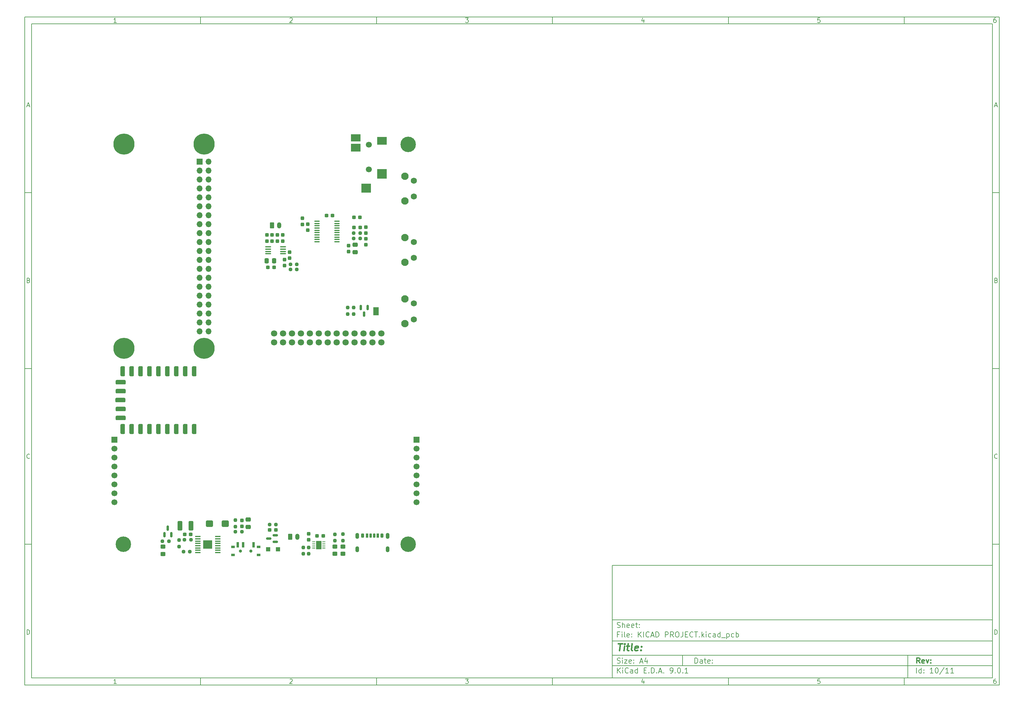
<source format=gbr>
%TF.GenerationSoftware,KiCad,Pcbnew,9.0.1*%
%TF.CreationDate,2025-07-11T00:17:54-07:00*%
%TF.ProjectId,KICAD PROJECT,4b494341-4420-4505-924f-4a4543542e6b,rev?*%
%TF.SameCoordinates,Original*%
%TF.FileFunction,Soldermask,Bot*%
%TF.FilePolarity,Negative*%
%FSLAX46Y46*%
G04 Gerber Fmt 4.6, Leading zero omitted, Abs format (unit mm)*
G04 Created by KiCad (PCBNEW 9.0.1) date 2025-07-11 00:17:54*
%MOMM*%
%LPD*%
G01*
G04 APERTURE LIST*
G04 Aperture macros list*
%AMRoundRect*
0 Rectangle with rounded corners*
0 $1 Rounding radius*
0 $2 $3 $4 $5 $6 $7 $8 $9 X,Y pos of 4 corners*
0 Add a 4 corners polygon primitive as box body*
4,1,4,$2,$3,$4,$5,$6,$7,$8,$9,$2,$3,0*
0 Add four circle primitives for the rounded corners*
1,1,$1+$1,$2,$3*
1,1,$1+$1,$4,$5*
1,1,$1+$1,$6,$7*
1,1,$1+$1,$8,$9*
0 Add four rect primitives between the rounded corners*
20,1,$1+$1,$2,$3,$4,$5,0*
20,1,$1+$1,$4,$5,$6,$7,0*
20,1,$1+$1,$6,$7,$8,$9,0*
20,1,$1+$1,$8,$9,$2,$3,0*%
G04 Aperture macros list end*
%ADD10C,0.100000*%
%ADD11C,0.150000*%
%ADD12C,0.300000*%
%ADD13C,0.400000*%
%ADD14C,1.800000*%
%ADD15C,4.400000*%
%ADD16C,2.100000*%
%ADD17C,1.750000*%
%ADD18RoundRect,0.237500X0.237500X-0.300000X0.237500X0.300000X-0.237500X0.300000X-0.237500X-0.300000X0*%
%ADD19RoundRect,0.237500X-0.237500X0.300000X-0.237500X-0.300000X0.237500X-0.300000X0.237500X0.300000X0*%
%ADD20RoundRect,0.237500X0.250000X0.237500X-0.250000X0.237500X-0.250000X-0.237500X0.250000X-0.237500X0*%
%ADD21RoundRect,0.250000X0.750000X0.650000X-0.750000X0.650000X-0.750000X-0.650000X0.750000X-0.650000X0*%
%ADD22R,1.500000X1.000000*%
%ADD23RoundRect,0.237500X-0.300000X-0.237500X0.300000X-0.237500X0.300000X0.237500X-0.300000X0.237500X0*%
%ADD24RoundRect,0.250000X0.412500X1.100000X-0.412500X1.100000X-0.412500X-1.100000X0.412500X-1.100000X0*%
%ADD25C,6.000000*%
%ADD26R,1.700000X1.700000*%
%ADD27O,1.700000X1.700000*%
%ADD28RoundRect,0.237500X0.237500X-0.250000X0.237500X0.250000X-0.237500X0.250000X-0.237500X-0.250000X0*%
%ADD29RoundRect,0.237500X-0.237500X0.250000X-0.237500X-0.250000X0.237500X-0.250000X0.237500X0.250000X0*%
%ADD30RoundRect,0.237500X0.237500X-0.287500X0.237500X0.287500X-0.237500X0.287500X-0.237500X-0.287500X0*%
%ADD31RoundRect,0.237500X0.300000X0.237500X-0.300000X0.237500X-0.300000X-0.237500X0.300000X-0.237500X0*%
%ADD32RoundRect,0.100000X0.712500X0.100000X-0.712500X0.100000X-0.712500X-0.100000X0.712500X-0.100000X0*%
%ADD33RoundRect,0.250000X0.450000X-0.325000X0.450000X0.325000X-0.450000X0.325000X-0.450000X-0.325000X0*%
%ADD34RoundRect,0.250000X-0.350000X-0.625000X0.350000X-0.625000X0.350000X0.625000X-0.350000X0.625000X0*%
%ADD35O,1.200000X1.750000*%
%ADD36RoundRect,0.237500X-0.250000X-0.237500X0.250000X-0.237500X0.250000X0.237500X-0.250000X0.237500X0*%
%ADD37RoundRect,0.175000X0.175000X0.425000X-0.175000X0.425000X-0.175000X-0.425000X0.175000X-0.425000X0*%
%ADD38RoundRect,0.190000X-0.190000X-0.410000X0.190000X-0.410000X0.190000X0.410000X-0.190000X0.410000X0*%
%ADD39RoundRect,0.200000X-0.200000X-0.400000X0.200000X-0.400000X0.200000X0.400000X-0.200000X0.400000X0*%
%ADD40RoundRect,0.175000X-0.175000X-0.425000X0.175000X-0.425000X0.175000X0.425000X-0.175000X0.425000X0*%
%ADD41RoundRect,0.190000X0.190000X0.410000X-0.190000X0.410000X-0.190000X-0.410000X0.190000X-0.410000X0*%
%ADD42RoundRect,0.200000X0.200000X0.400000X-0.200000X0.400000X-0.200000X-0.400000X0.200000X-0.400000X0*%
%ADD43O,1.100000X1.700000*%
%ADD44RoundRect,0.250000X-0.450000X0.325000X-0.450000X-0.325000X0.450000X-0.325000X0.450000X0.325000X0*%
%ADD45C,1.700000*%
%ADD46R,2.800000X2.200000*%
%ADD47R,2.800000X2.000000*%
%ADD48R,2.800000X2.800000*%
%ADD49R,2.800000X2.600000*%
%ADD50RoundRect,0.250000X-0.475000X0.337500X-0.475000X-0.337500X0.475000X-0.337500X0.475000X0.337500X0*%
%ADD51R,1.200000X1.200000*%
%ADD52RoundRect,0.250000X0.475000X-0.337500X0.475000X0.337500X-0.475000X0.337500X-0.475000X-0.337500X0*%
%ADD53R,2.660000X2.460000*%
%ADD54RoundRect,0.100000X0.687500X0.100000X-0.687500X0.100000X-0.687500X-0.100000X0.687500X-0.100000X0*%
%ADD55RoundRect,0.100000X0.637500X0.100000X-0.637500X0.100000X-0.637500X-0.100000X0.637500X-0.100000X0*%
%ADD56RoundRect,0.062500X0.350000X0.062500X-0.350000X0.062500X-0.350000X-0.062500X0.350000X-0.062500X0*%
%ADD57R,1.580000X2.350000*%
%ADD58RoundRect,0.190500X-0.444500X1.209500X-0.444500X-1.209500X0.444500X-1.209500X0.444500X1.209500X0*%
%ADD59RoundRect,0.190500X-1.209500X-0.444500X1.209500X-0.444500X1.209500X0.444500X-1.209500X0.444500X0*%
%ADD60RoundRect,0.190500X0.444500X-1.209500X0.444500X1.209500X-0.444500X1.209500X-0.444500X-1.209500X0*%
%ADD61RoundRect,0.150000X0.150000X-0.587500X0.150000X0.587500X-0.150000X0.587500X-0.150000X-0.587500X0*%
%ADD62RoundRect,0.250000X-0.337500X-0.475000X0.337500X-0.475000X0.337500X0.475000X-0.337500X0.475000X0*%
%ADD63RoundRect,0.237500X-0.237500X0.287500X-0.237500X-0.287500X0.237500X-0.287500X0.237500X0.287500X0*%
%ADD64RoundRect,0.150000X0.587500X0.150000X-0.587500X0.150000X-0.587500X-0.150000X0.587500X-0.150000X0*%
%ADD65RoundRect,0.150000X-0.150000X0.587500X-0.150000X-0.587500X0.150000X-0.587500X0.150000X0.587500X0*%
%ADD66R,1.000000X0.800000*%
%ADD67C,0.900000*%
%ADD68R,0.700000X1.500000*%
G04 APERTURE END LIST*
D10*
D11*
X177002200Y-166007200D02*
X285002200Y-166007200D01*
X285002200Y-198007200D01*
X177002200Y-198007200D01*
X177002200Y-166007200D01*
D10*
D11*
X10000000Y-10000000D02*
X287002200Y-10000000D01*
X287002200Y-200007200D01*
X10000000Y-200007200D01*
X10000000Y-10000000D01*
D10*
D11*
X12000000Y-12000000D02*
X285002200Y-12000000D01*
X285002200Y-198007200D01*
X12000000Y-198007200D01*
X12000000Y-12000000D01*
D10*
D11*
X60000000Y-12000000D02*
X60000000Y-10000000D01*
D10*
D11*
X110000000Y-12000000D02*
X110000000Y-10000000D01*
D10*
D11*
X160000000Y-12000000D02*
X160000000Y-10000000D01*
D10*
D11*
X210000000Y-12000000D02*
X210000000Y-10000000D01*
D10*
D11*
X260000000Y-12000000D02*
X260000000Y-10000000D01*
D10*
D11*
X36089160Y-11593604D02*
X35346303Y-11593604D01*
X35717731Y-11593604D02*
X35717731Y-10293604D01*
X35717731Y-10293604D02*
X35593922Y-10479319D01*
X35593922Y-10479319D02*
X35470112Y-10603128D01*
X35470112Y-10603128D02*
X35346303Y-10665033D01*
D10*
D11*
X85346303Y-10417414D02*
X85408207Y-10355509D01*
X85408207Y-10355509D02*
X85532017Y-10293604D01*
X85532017Y-10293604D02*
X85841541Y-10293604D01*
X85841541Y-10293604D02*
X85965350Y-10355509D01*
X85965350Y-10355509D02*
X86027255Y-10417414D01*
X86027255Y-10417414D02*
X86089160Y-10541223D01*
X86089160Y-10541223D02*
X86089160Y-10665033D01*
X86089160Y-10665033D02*
X86027255Y-10850747D01*
X86027255Y-10850747D02*
X85284398Y-11593604D01*
X85284398Y-11593604D02*
X86089160Y-11593604D01*
D10*
D11*
X135284398Y-10293604D02*
X136089160Y-10293604D01*
X136089160Y-10293604D02*
X135655826Y-10788842D01*
X135655826Y-10788842D02*
X135841541Y-10788842D01*
X135841541Y-10788842D02*
X135965350Y-10850747D01*
X135965350Y-10850747D02*
X136027255Y-10912652D01*
X136027255Y-10912652D02*
X136089160Y-11036461D01*
X136089160Y-11036461D02*
X136089160Y-11345985D01*
X136089160Y-11345985D02*
X136027255Y-11469795D01*
X136027255Y-11469795D02*
X135965350Y-11531700D01*
X135965350Y-11531700D02*
X135841541Y-11593604D01*
X135841541Y-11593604D02*
X135470112Y-11593604D01*
X135470112Y-11593604D02*
X135346303Y-11531700D01*
X135346303Y-11531700D02*
X135284398Y-11469795D01*
D10*
D11*
X185965350Y-10726938D02*
X185965350Y-11593604D01*
X185655826Y-10231700D02*
X185346303Y-11160271D01*
X185346303Y-11160271D02*
X186151064Y-11160271D01*
D10*
D11*
X236027255Y-10293604D02*
X235408207Y-10293604D01*
X235408207Y-10293604D02*
X235346303Y-10912652D01*
X235346303Y-10912652D02*
X235408207Y-10850747D01*
X235408207Y-10850747D02*
X235532017Y-10788842D01*
X235532017Y-10788842D02*
X235841541Y-10788842D01*
X235841541Y-10788842D02*
X235965350Y-10850747D01*
X235965350Y-10850747D02*
X236027255Y-10912652D01*
X236027255Y-10912652D02*
X236089160Y-11036461D01*
X236089160Y-11036461D02*
X236089160Y-11345985D01*
X236089160Y-11345985D02*
X236027255Y-11469795D01*
X236027255Y-11469795D02*
X235965350Y-11531700D01*
X235965350Y-11531700D02*
X235841541Y-11593604D01*
X235841541Y-11593604D02*
X235532017Y-11593604D01*
X235532017Y-11593604D02*
X235408207Y-11531700D01*
X235408207Y-11531700D02*
X235346303Y-11469795D01*
D10*
D11*
X285965350Y-10293604D02*
X285717731Y-10293604D01*
X285717731Y-10293604D02*
X285593922Y-10355509D01*
X285593922Y-10355509D02*
X285532017Y-10417414D01*
X285532017Y-10417414D02*
X285408207Y-10603128D01*
X285408207Y-10603128D02*
X285346303Y-10850747D01*
X285346303Y-10850747D02*
X285346303Y-11345985D01*
X285346303Y-11345985D02*
X285408207Y-11469795D01*
X285408207Y-11469795D02*
X285470112Y-11531700D01*
X285470112Y-11531700D02*
X285593922Y-11593604D01*
X285593922Y-11593604D02*
X285841541Y-11593604D01*
X285841541Y-11593604D02*
X285965350Y-11531700D01*
X285965350Y-11531700D02*
X286027255Y-11469795D01*
X286027255Y-11469795D02*
X286089160Y-11345985D01*
X286089160Y-11345985D02*
X286089160Y-11036461D01*
X286089160Y-11036461D02*
X286027255Y-10912652D01*
X286027255Y-10912652D02*
X285965350Y-10850747D01*
X285965350Y-10850747D02*
X285841541Y-10788842D01*
X285841541Y-10788842D02*
X285593922Y-10788842D01*
X285593922Y-10788842D02*
X285470112Y-10850747D01*
X285470112Y-10850747D02*
X285408207Y-10912652D01*
X285408207Y-10912652D02*
X285346303Y-11036461D01*
D10*
D11*
X60000000Y-198007200D02*
X60000000Y-200007200D01*
D10*
D11*
X110000000Y-198007200D02*
X110000000Y-200007200D01*
D10*
D11*
X160000000Y-198007200D02*
X160000000Y-200007200D01*
D10*
D11*
X210000000Y-198007200D02*
X210000000Y-200007200D01*
D10*
D11*
X260000000Y-198007200D02*
X260000000Y-200007200D01*
D10*
D11*
X36089160Y-199600804D02*
X35346303Y-199600804D01*
X35717731Y-199600804D02*
X35717731Y-198300804D01*
X35717731Y-198300804D02*
X35593922Y-198486519D01*
X35593922Y-198486519D02*
X35470112Y-198610328D01*
X35470112Y-198610328D02*
X35346303Y-198672233D01*
D10*
D11*
X85346303Y-198424614D02*
X85408207Y-198362709D01*
X85408207Y-198362709D02*
X85532017Y-198300804D01*
X85532017Y-198300804D02*
X85841541Y-198300804D01*
X85841541Y-198300804D02*
X85965350Y-198362709D01*
X85965350Y-198362709D02*
X86027255Y-198424614D01*
X86027255Y-198424614D02*
X86089160Y-198548423D01*
X86089160Y-198548423D02*
X86089160Y-198672233D01*
X86089160Y-198672233D02*
X86027255Y-198857947D01*
X86027255Y-198857947D02*
X85284398Y-199600804D01*
X85284398Y-199600804D02*
X86089160Y-199600804D01*
D10*
D11*
X135284398Y-198300804D02*
X136089160Y-198300804D01*
X136089160Y-198300804D02*
X135655826Y-198796042D01*
X135655826Y-198796042D02*
X135841541Y-198796042D01*
X135841541Y-198796042D02*
X135965350Y-198857947D01*
X135965350Y-198857947D02*
X136027255Y-198919852D01*
X136027255Y-198919852D02*
X136089160Y-199043661D01*
X136089160Y-199043661D02*
X136089160Y-199353185D01*
X136089160Y-199353185D02*
X136027255Y-199476995D01*
X136027255Y-199476995D02*
X135965350Y-199538900D01*
X135965350Y-199538900D02*
X135841541Y-199600804D01*
X135841541Y-199600804D02*
X135470112Y-199600804D01*
X135470112Y-199600804D02*
X135346303Y-199538900D01*
X135346303Y-199538900D02*
X135284398Y-199476995D01*
D10*
D11*
X185965350Y-198734138D02*
X185965350Y-199600804D01*
X185655826Y-198238900D02*
X185346303Y-199167471D01*
X185346303Y-199167471D02*
X186151064Y-199167471D01*
D10*
D11*
X236027255Y-198300804D02*
X235408207Y-198300804D01*
X235408207Y-198300804D02*
X235346303Y-198919852D01*
X235346303Y-198919852D02*
X235408207Y-198857947D01*
X235408207Y-198857947D02*
X235532017Y-198796042D01*
X235532017Y-198796042D02*
X235841541Y-198796042D01*
X235841541Y-198796042D02*
X235965350Y-198857947D01*
X235965350Y-198857947D02*
X236027255Y-198919852D01*
X236027255Y-198919852D02*
X236089160Y-199043661D01*
X236089160Y-199043661D02*
X236089160Y-199353185D01*
X236089160Y-199353185D02*
X236027255Y-199476995D01*
X236027255Y-199476995D02*
X235965350Y-199538900D01*
X235965350Y-199538900D02*
X235841541Y-199600804D01*
X235841541Y-199600804D02*
X235532017Y-199600804D01*
X235532017Y-199600804D02*
X235408207Y-199538900D01*
X235408207Y-199538900D02*
X235346303Y-199476995D01*
D10*
D11*
X285965350Y-198300804D02*
X285717731Y-198300804D01*
X285717731Y-198300804D02*
X285593922Y-198362709D01*
X285593922Y-198362709D02*
X285532017Y-198424614D01*
X285532017Y-198424614D02*
X285408207Y-198610328D01*
X285408207Y-198610328D02*
X285346303Y-198857947D01*
X285346303Y-198857947D02*
X285346303Y-199353185D01*
X285346303Y-199353185D02*
X285408207Y-199476995D01*
X285408207Y-199476995D02*
X285470112Y-199538900D01*
X285470112Y-199538900D02*
X285593922Y-199600804D01*
X285593922Y-199600804D02*
X285841541Y-199600804D01*
X285841541Y-199600804D02*
X285965350Y-199538900D01*
X285965350Y-199538900D02*
X286027255Y-199476995D01*
X286027255Y-199476995D02*
X286089160Y-199353185D01*
X286089160Y-199353185D02*
X286089160Y-199043661D01*
X286089160Y-199043661D02*
X286027255Y-198919852D01*
X286027255Y-198919852D02*
X285965350Y-198857947D01*
X285965350Y-198857947D02*
X285841541Y-198796042D01*
X285841541Y-198796042D02*
X285593922Y-198796042D01*
X285593922Y-198796042D02*
X285470112Y-198857947D01*
X285470112Y-198857947D02*
X285408207Y-198919852D01*
X285408207Y-198919852D02*
X285346303Y-199043661D01*
D10*
D11*
X10000000Y-60000000D02*
X12000000Y-60000000D01*
D10*
D11*
X10000000Y-110000000D02*
X12000000Y-110000000D01*
D10*
D11*
X10000000Y-160000000D02*
X12000000Y-160000000D01*
D10*
D11*
X10690476Y-35222176D02*
X11309523Y-35222176D01*
X10566666Y-35593604D02*
X10999999Y-34293604D01*
X10999999Y-34293604D02*
X11433333Y-35593604D01*
D10*
D11*
X11092857Y-84912652D02*
X11278571Y-84974557D01*
X11278571Y-84974557D02*
X11340476Y-85036461D01*
X11340476Y-85036461D02*
X11402380Y-85160271D01*
X11402380Y-85160271D02*
X11402380Y-85345985D01*
X11402380Y-85345985D02*
X11340476Y-85469795D01*
X11340476Y-85469795D02*
X11278571Y-85531700D01*
X11278571Y-85531700D02*
X11154761Y-85593604D01*
X11154761Y-85593604D02*
X10659523Y-85593604D01*
X10659523Y-85593604D02*
X10659523Y-84293604D01*
X10659523Y-84293604D02*
X11092857Y-84293604D01*
X11092857Y-84293604D02*
X11216666Y-84355509D01*
X11216666Y-84355509D02*
X11278571Y-84417414D01*
X11278571Y-84417414D02*
X11340476Y-84541223D01*
X11340476Y-84541223D02*
X11340476Y-84665033D01*
X11340476Y-84665033D02*
X11278571Y-84788842D01*
X11278571Y-84788842D02*
X11216666Y-84850747D01*
X11216666Y-84850747D02*
X11092857Y-84912652D01*
X11092857Y-84912652D02*
X10659523Y-84912652D01*
D10*
D11*
X11402380Y-135469795D02*
X11340476Y-135531700D01*
X11340476Y-135531700D02*
X11154761Y-135593604D01*
X11154761Y-135593604D02*
X11030952Y-135593604D01*
X11030952Y-135593604D02*
X10845238Y-135531700D01*
X10845238Y-135531700D02*
X10721428Y-135407890D01*
X10721428Y-135407890D02*
X10659523Y-135284080D01*
X10659523Y-135284080D02*
X10597619Y-135036461D01*
X10597619Y-135036461D02*
X10597619Y-134850747D01*
X10597619Y-134850747D02*
X10659523Y-134603128D01*
X10659523Y-134603128D02*
X10721428Y-134479319D01*
X10721428Y-134479319D02*
X10845238Y-134355509D01*
X10845238Y-134355509D02*
X11030952Y-134293604D01*
X11030952Y-134293604D02*
X11154761Y-134293604D01*
X11154761Y-134293604D02*
X11340476Y-134355509D01*
X11340476Y-134355509D02*
X11402380Y-134417414D01*
D10*
D11*
X10659523Y-185593604D02*
X10659523Y-184293604D01*
X10659523Y-184293604D02*
X10969047Y-184293604D01*
X10969047Y-184293604D02*
X11154761Y-184355509D01*
X11154761Y-184355509D02*
X11278571Y-184479319D01*
X11278571Y-184479319D02*
X11340476Y-184603128D01*
X11340476Y-184603128D02*
X11402380Y-184850747D01*
X11402380Y-184850747D02*
X11402380Y-185036461D01*
X11402380Y-185036461D02*
X11340476Y-185284080D01*
X11340476Y-185284080D02*
X11278571Y-185407890D01*
X11278571Y-185407890D02*
X11154761Y-185531700D01*
X11154761Y-185531700D02*
X10969047Y-185593604D01*
X10969047Y-185593604D02*
X10659523Y-185593604D01*
D10*
D11*
X287002200Y-60000000D02*
X285002200Y-60000000D01*
D10*
D11*
X287002200Y-110000000D02*
X285002200Y-110000000D01*
D10*
D11*
X287002200Y-160000000D02*
X285002200Y-160000000D01*
D10*
D11*
X285692676Y-35222176D02*
X286311723Y-35222176D01*
X285568866Y-35593604D02*
X286002199Y-34293604D01*
X286002199Y-34293604D02*
X286435533Y-35593604D01*
D10*
D11*
X286095057Y-84912652D02*
X286280771Y-84974557D01*
X286280771Y-84974557D02*
X286342676Y-85036461D01*
X286342676Y-85036461D02*
X286404580Y-85160271D01*
X286404580Y-85160271D02*
X286404580Y-85345985D01*
X286404580Y-85345985D02*
X286342676Y-85469795D01*
X286342676Y-85469795D02*
X286280771Y-85531700D01*
X286280771Y-85531700D02*
X286156961Y-85593604D01*
X286156961Y-85593604D02*
X285661723Y-85593604D01*
X285661723Y-85593604D02*
X285661723Y-84293604D01*
X285661723Y-84293604D02*
X286095057Y-84293604D01*
X286095057Y-84293604D02*
X286218866Y-84355509D01*
X286218866Y-84355509D02*
X286280771Y-84417414D01*
X286280771Y-84417414D02*
X286342676Y-84541223D01*
X286342676Y-84541223D02*
X286342676Y-84665033D01*
X286342676Y-84665033D02*
X286280771Y-84788842D01*
X286280771Y-84788842D02*
X286218866Y-84850747D01*
X286218866Y-84850747D02*
X286095057Y-84912652D01*
X286095057Y-84912652D02*
X285661723Y-84912652D01*
D10*
D11*
X286404580Y-135469795D02*
X286342676Y-135531700D01*
X286342676Y-135531700D02*
X286156961Y-135593604D01*
X286156961Y-135593604D02*
X286033152Y-135593604D01*
X286033152Y-135593604D02*
X285847438Y-135531700D01*
X285847438Y-135531700D02*
X285723628Y-135407890D01*
X285723628Y-135407890D02*
X285661723Y-135284080D01*
X285661723Y-135284080D02*
X285599819Y-135036461D01*
X285599819Y-135036461D02*
X285599819Y-134850747D01*
X285599819Y-134850747D02*
X285661723Y-134603128D01*
X285661723Y-134603128D02*
X285723628Y-134479319D01*
X285723628Y-134479319D02*
X285847438Y-134355509D01*
X285847438Y-134355509D02*
X286033152Y-134293604D01*
X286033152Y-134293604D02*
X286156961Y-134293604D01*
X286156961Y-134293604D02*
X286342676Y-134355509D01*
X286342676Y-134355509D02*
X286404580Y-134417414D01*
D10*
D11*
X285661723Y-185593604D02*
X285661723Y-184293604D01*
X285661723Y-184293604D02*
X285971247Y-184293604D01*
X285971247Y-184293604D02*
X286156961Y-184355509D01*
X286156961Y-184355509D02*
X286280771Y-184479319D01*
X286280771Y-184479319D02*
X286342676Y-184603128D01*
X286342676Y-184603128D02*
X286404580Y-184850747D01*
X286404580Y-184850747D02*
X286404580Y-185036461D01*
X286404580Y-185036461D02*
X286342676Y-185284080D01*
X286342676Y-185284080D02*
X286280771Y-185407890D01*
X286280771Y-185407890D02*
X286156961Y-185531700D01*
X286156961Y-185531700D02*
X285971247Y-185593604D01*
X285971247Y-185593604D02*
X285661723Y-185593604D01*
D10*
D11*
X200458026Y-193793328D02*
X200458026Y-192293328D01*
X200458026Y-192293328D02*
X200815169Y-192293328D01*
X200815169Y-192293328D02*
X201029455Y-192364757D01*
X201029455Y-192364757D02*
X201172312Y-192507614D01*
X201172312Y-192507614D02*
X201243741Y-192650471D01*
X201243741Y-192650471D02*
X201315169Y-192936185D01*
X201315169Y-192936185D02*
X201315169Y-193150471D01*
X201315169Y-193150471D02*
X201243741Y-193436185D01*
X201243741Y-193436185D02*
X201172312Y-193579042D01*
X201172312Y-193579042D02*
X201029455Y-193721900D01*
X201029455Y-193721900D02*
X200815169Y-193793328D01*
X200815169Y-193793328D02*
X200458026Y-193793328D01*
X202600884Y-193793328D02*
X202600884Y-193007614D01*
X202600884Y-193007614D02*
X202529455Y-192864757D01*
X202529455Y-192864757D02*
X202386598Y-192793328D01*
X202386598Y-192793328D02*
X202100884Y-192793328D01*
X202100884Y-192793328D02*
X201958026Y-192864757D01*
X202600884Y-193721900D02*
X202458026Y-193793328D01*
X202458026Y-193793328D02*
X202100884Y-193793328D01*
X202100884Y-193793328D02*
X201958026Y-193721900D01*
X201958026Y-193721900D02*
X201886598Y-193579042D01*
X201886598Y-193579042D02*
X201886598Y-193436185D01*
X201886598Y-193436185D02*
X201958026Y-193293328D01*
X201958026Y-193293328D02*
X202100884Y-193221900D01*
X202100884Y-193221900D02*
X202458026Y-193221900D01*
X202458026Y-193221900D02*
X202600884Y-193150471D01*
X203100884Y-192793328D02*
X203672312Y-192793328D01*
X203315169Y-192293328D02*
X203315169Y-193579042D01*
X203315169Y-193579042D02*
X203386598Y-193721900D01*
X203386598Y-193721900D02*
X203529455Y-193793328D01*
X203529455Y-193793328D02*
X203672312Y-193793328D01*
X204743741Y-193721900D02*
X204600884Y-193793328D01*
X204600884Y-193793328D02*
X204315170Y-193793328D01*
X204315170Y-193793328D02*
X204172312Y-193721900D01*
X204172312Y-193721900D02*
X204100884Y-193579042D01*
X204100884Y-193579042D02*
X204100884Y-193007614D01*
X204100884Y-193007614D02*
X204172312Y-192864757D01*
X204172312Y-192864757D02*
X204315170Y-192793328D01*
X204315170Y-192793328D02*
X204600884Y-192793328D01*
X204600884Y-192793328D02*
X204743741Y-192864757D01*
X204743741Y-192864757D02*
X204815170Y-193007614D01*
X204815170Y-193007614D02*
X204815170Y-193150471D01*
X204815170Y-193150471D02*
X204100884Y-193293328D01*
X205458026Y-193650471D02*
X205529455Y-193721900D01*
X205529455Y-193721900D02*
X205458026Y-193793328D01*
X205458026Y-193793328D02*
X205386598Y-193721900D01*
X205386598Y-193721900D02*
X205458026Y-193650471D01*
X205458026Y-193650471D02*
X205458026Y-193793328D01*
X205458026Y-192864757D02*
X205529455Y-192936185D01*
X205529455Y-192936185D02*
X205458026Y-193007614D01*
X205458026Y-193007614D02*
X205386598Y-192936185D01*
X205386598Y-192936185D02*
X205458026Y-192864757D01*
X205458026Y-192864757D02*
X205458026Y-193007614D01*
D10*
D11*
X177002200Y-194507200D02*
X285002200Y-194507200D01*
D10*
D11*
X178458026Y-196593328D02*
X178458026Y-195093328D01*
X179315169Y-196593328D02*
X178672312Y-195736185D01*
X179315169Y-195093328D02*
X178458026Y-195950471D01*
X179958026Y-196593328D02*
X179958026Y-195593328D01*
X179958026Y-195093328D02*
X179886598Y-195164757D01*
X179886598Y-195164757D02*
X179958026Y-195236185D01*
X179958026Y-195236185D02*
X180029455Y-195164757D01*
X180029455Y-195164757D02*
X179958026Y-195093328D01*
X179958026Y-195093328D02*
X179958026Y-195236185D01*
X181529455Y-196450471D02*
X181458027Y-196521900D01*
X181458027Y-196521900D02*
X181243741Y-196593328D01*
X181243741Y-196593328D02*
X181100884Y-196593328D01*
X181100884Y-196593328D02*
X180886598Y-196521900D01*
X180886598Y-196521900D02*
X180743741Y-196379042D01*
X180743741Y-196379042D02*
X180672312Y-196236185D01*
X180672312Y-196236185D02*
X180600884Y-195950471D01*
X180600884Y-195950471D02*
X180600884Y-195736185D01*
X180600884Y-195736185D02*
X180672312Y-195450471D01*
X180672312Y-195450471D02*
X180743741Y-195307614D01*
X180743741Y-195307614D02*
X180886598Y-195164757D01*
X180886598Y-195164757D02*
X181100884Y-195093328D01*
X181100884Y-195093328D02*
X181243741Y-195093328D01*
X181243741Y-195093328D02*
X181458027Y-195164757D01*
X181458027Y-195164757D02*
X181529455Y-195236185D01*
X182815170Y-196593328D02*
X182815170Y-195807614D01*
X182815170Y-195807614D02*
X182743741Y-195664757D01*
X182743741Y-195664757D02*
X182600884Y-195593328D01*
X182600884Y-195593328D02*
X182315170Y-195593328D01*
X182315170Y-195593328D02*
X182172312Y-195664757D01*
X182815170Y-196521900D02*
X182672312Y-196593328D01*
X182672312Y-196593328D02*
X182315170Y-196593328D01*
X182315170Y-196593328D02*
X182172312Y-196521900D01*
X182172312Y-196521900D02*
X182100884Y-196379042D01*
X182100884Y-196379042D02*
X182100884Y-196236185D01*
X182100884Y-196236185D02*
X182172312Y-196093328D01*
X182172312Y-196093328D02*
X182315170Y-196021900D01*
X182315170Y-196021900D02*
X182672312Y-196021900D01*
X182672312Y-196021900D02*
X182815170Y-195950471D01*
X184172313Y-196593328D02*
X184172313Y-195093328D01*
X184172313Y-196521900D02*
X184029455Y-196593328D01*
X184029455Y-196593328D02*
X183743741Y-196593328D01*
X183743741Y-196593328D02*
X183600884Y-196521900D01*
X183600884Y-196521900D02*
X183529455Y-196450471D01*
X183529455Y-196450471D02*
X183458027Y-196307614D01*
X183458027Y-196307614D02*
X183458027Y-195879042D01*
X183458027Y-195879042D02*
X183529455Y-195736185D01*
X183529455Y-195736185D02*
X183600884Y-195664757D01*
X183600884Y-195664757D02*
X183743741Y-195593328D01*
X183743741Y-195593328D02*
X184029455Y-195593328D01*
X184029455Y-195593328D02*
X184172313Y-195664757D01*
X186029455Y-195807614D02*
X186529455Y-195807614D01*
X186743741Y-196593328D02*
X186029455Y-196593328D01*
X186029455Y-196593328D02*
X186029455Y-195093328D01*
X186029455Y-195093328D02*
X186743741Y-195093328D01*
X187386598Y-196450471D02*
X187458027Y-196521900D01*
X187458027Y-196521900D02*
X187386598Y-196593328D01*
X187386598Y-196593328D02*
X187315170Y-196521900D01*
X187315170Y-196521900D02*
X187386598Y-196450471D01*
X187386598Y-196450471D02*
X187386598Y-196593328D01*
X188100884Y-196593328D02*
X188100884Y-195093328D01*
X188100884Y-195093328D02*
X188458027Y-195093328D01*
X188458027Y-195093328D02*
X188672313Y-195164757D01*
X188672313Y-195164757D02*
X188815170Y-195307614D01*
X188815170Y-195307614D02*
X188886599Y-195450471D01*
X188886599Y-195450471D02*
X188958027Y-195736185D01*
X188958027Y-195736185D02*
X188958027Y-195950471D01*
X188958027Y-195950471D02*
X188886599Y-196236185D01*
X188886599Y-196236185D02*
X188815170Y-196379042D01*
X188815170Y-196379042D02*
X188672313Y-196521900D01*
X188672313Y-196521900D02*
X188458027Y-196593328D01*
X188458027Y-196593328D02*
X188100884Y-196593328D01*
X189600884Y-196450471D02*
X189672313Y-196521900D01*
X189672313Y-196521900D02*
X189600884Y-196593328D01*
X189600884Y-196593328D02*
X189529456Y-196521900D01*
X189529456Y-196521900D02*
X189600884Y-196450471D01*
X189600884Y-196450471D02*
X189600884Y-196593328D01*
X190243742Y-196164757D02*
X190958028Y-196164757D01*
X190100885Y-196593328D02*
X190600885Y-195093328D01*
X190600885Y-195093328D02*
X191100885Y-196593328D01*
X191600884Y-196450471D02*
X191672313Y-196521900D01*
X191672313Y-196521900D02*
X191600884Y-196593328D01*
X191600884Y-196593328D02*
X191529456Y-196521900D01*
X191529456Y-196521900D02*
X191600884Y-196450471D01*
X191600884Y-196450471D02*
X191600884Y-196593328D01*
X193529456Y-196593328D02*
X193815170Y-196593328D01*
X193815170Y-196593328D02*
X193958027Y-196521900D01*
X193958027Y-196521900D02*
X194029456Y-196450471D01*
X194029456Y-196450471D02*
X194172313Y-196236185D01*
X194172313Y-196236185D02*
X194243742Y-195950471D01*
X194243742Y-195950471D02*
X194243742Y-195379042D01*
X194243742Y-195379042D02*
X194172313Y-195236185D01*
X194172313Y-195236185D02*
X194100885Y-195164757D01*
X194100885Y-195164757D02*
X193958027Y-195093328D01*
X193958027Y-195093328D02*
X193672313Y-195093328D01*
X193672313Y-195093328D02*
X193529456Y-195164757D01*
X193529456Y-195164757D02*
X193458027Y-195236185D01*
X193458027Y-195236185D02*
X193386599Y-195379042D01*
X193386599Y-195379042D02*
X193386599Y-195736185D01*
X193386599Y-195736185D02*
X193458027Y-195879042D01*
X193458027Y-195879042D02*
X193529456Y-195950471D01*
X193529456Y-195950471D02*
X193672313Y-196021900D01*
X193672313Y-196021900D02*
X193958027Y-196021900D01*
X193958027Y-196021900D02*
X194100885Y-195950471D01*
X194100885Y-195950471D02*
X194172313Y-195879042D01*
X194172313Y-195879042D02*
X194243742Y-195736185D01*
X194886598Y-196450471D02*
X194958027Y-196521900D01*
X194958027Y-196521900D02*
X194886598Y-196593328D01*
X194886598Y-196593328D02*
X194815170Y-196521900D01*
X194815170Y-196521900D02*
X194886598Y-196450471D01*
X194886598Y-196450471D02*
X194886598Y-196593328D01*
X195886599Y-195093328D02*
X196029456Y-195093328D01*
X196029456Y-195093328D02*
X196172313Y-195164757D01*
X196172313Y-195164757D02*
X196243742Y-195236185D01*
X196243742Y-195236185D02*
X196315170Y-195379042D01*
X196315170Y-195379042D02*
X196386599Y-195664757D01*
X196386599Y-195664757D02*
X196386599Y-196021900D01*
X196386599Y-196021900D02*
X196315170Y-196307614D01*
X196315170Y-196307614D02*
X196243742Y-196450471D01*
X196243742Y-196450471D02*
X196172313Y-196521900D01*
X196172313Y-196521900D02*
X196029456Y-196593328D01*
X196029456Y-196593328D02*
X195886599Y-196593328D01*
X195886599Y-196593328D02*
X195743742Y-196521900D01*
X195743742Y-196521900D02*
X195672313Y-196450471D01*
X195672313Y-196450471D02*
X195600884Y-196307614D01*
X195600884Y-196307614D02*
X195529456Y-196021900D01*
X195529456Y-196021900D02*
X195529456Y-195664757D01*
X195529456Y-195664757D02*
X195600884Y-195379042D01*
X195600884Y-195379042D02*
X195672313Y-195236185D01*
X195672313Y-195236185D02*
X195743742Y-195164757D01*
X195743742Y-195164757D02*
X195886599Y-195093328D01*
X197029455Y-196450471D02*
X197100884Y-196521900D01*
X197100884Y-196521900D02*
X197029455Y-196593328D01*
X197029455Y-196593328D02*
X196958027Y-196521900D01*
X196958027Y-196521900D02*
X197029455Y-196450471D01*
X197029455Y-196450471D02*
X197029455Y-196593328D01*
X198529456Y-196593328D02*
X197672313Y-196593328D01*
X198100884Y-196593328D02*
X198100884Y-195093328D01*
X198100884Y-195093328D02*
X197958027Y-195307614D01*
X197958027Y-195307614D02*
X197815170Y-195450471D01*
X197815170Y-195450471D02*
X197672313Y-195521900D01*
D10*
D11*
X177002200Y-191507200D02*
X285002200Y-191507200D01*
D10*
D12*
X264413853Y-193785528D02*
X263913853Y-193071242D01*
X263556710Y-193785528D02*
X263556710Y-192285528D01*
X263556710Y-192285528D02*
X264128139Y-192285528D01*
X264128139Y-192285528D02*
X264270996Y-192356957D01*
X264270996Y-192356957D02*
X264342425Y-192428385D01*
X264342425Y-192428385D02*
X264413853Y-192571242D01*
X264413853Y-192571242D02*
X264413853Y-192785528D01*
X264413853Y-192785528D02*
X264342425Y-192928385D01*
X264342425Y-192928385D02*
X264270996Y-192999814D01*
X264270996Y-192999814D02*
X264128139Y-193071242D01*
X264128139Y-193071242D02*
X263556710Y-193071242D01*
X265628139Y-193714100D02*
X265485282Y-193785528D01*
X265485282Y-193785528D02*
X265199568Y-193785528D01*
X265199568Y-193785528D02*
X265056710Y-193714100D01*
X265056710Y-193714100D02*
X264985282Y-193571242D01*
X264985282Y-193571242D02*
X264985282Y-192999814D01*
X264985282Y-192999814D02*
X265056710Y-192856957D01*
X265056710Y-192856957D02*
X265199568Y-192785528D01*
X265199568Y-192785528D02*
X265485282Y-192785528D01*
X265485282Y-192785528D02*
X265628139Y-192856957D01*
X265628139Y-192856957D02*
X265699568Y-192999814D01*
X265699568Y-192999814D02*
X265699568Y-193142671D01*
X265699568Y-193142671D02*
X264985282Y-193285528D01*
X266199567Y-192785528D02*
X266556710Y-193785528D01*
X266556710Y-193785528D02*
X266913853Y-192785528D01*
X267485281Y-193642671D02*
X267556710Y-193714100D01*
X267556710Y-193714100D02*
X267485281Y-193785528D01*
X267485281Y-193785528D02*
X267413853Y-193714100D01*
X267413853Y-193714100D02*
X267485281Y-193642671D01*
X267485281Y-193642671D02*
X267485281Y-193785528D01*
X267485281Y-192856957D02*
X267556710Y-192928385D01*
X267556710Y-192928385D02*
X267485281Y-192999814D01*
X267485281Y-192999814D02*
X267413853Y-192928385D01*
X267413853Y-192928385D02*
X267485281Y-192856957D01*
X267485281Y-192856957D02*
X267485281Y-192999814D01*
D10*
D11*
X178386598Y-193721900D02*
X178600884Y-193793328D01*
X178600884Y-193793328D02*
X178958026Y-193793328D01*
X178958026Y-193793328D02*
X179100884Y-193721900D01*
X179100884Y-193721900D02*
X179172312Y-193650471D01*
X179172312Y-193650471D02*
X179243741Y-193507614D01*
X179243741Y-193507614D02*
X179243741Y-193364757D01*
X179243741Y-193364757D02*
X179172312Y-193221900D01*
X179172312Y-193221900D02*
X179100884Y-193150471D01*
X179100884Y-193150471D02*
X178958026Y-193079042D01*
X178958026Y-193079042D02*
X178672312Y-193007614D01*
X178672312Y-193007614D02*
X178529455Y-192936185D01*
X178529455Y-192936185D02*
X178458026Y-192864757D01*
X178458026Y-192864757D02*
X178386598Y-192721900D01*
X178386598Y-192721900D02*
X178386598Y-192579042D01*
X178386598Y-192579042D02*
X178458026Y-192436185D01*
X178458026Y-192436185D02*
X178529455Y-192364757D01*
X178529455Y-192364757D02*
X178672312Y-192293328D01*
X178672312Y-192293328D02*
X179029455Y-192293328D01*
X179029455Y-192293328D02*
X179243741Y-192364757D01*
X179886597Y-193793328D02*
X179886597Y-192793328D01*
X179886597Y-192293328D02*
X179815169Y-192364757D01*
X179815169Y-192364757D02*
X179886597Y-192436185D01*
X179886597Y-192436185D02*
X179958026Y-192364757D01*
X179958026Y-192364757D02*
X179886597Y-192293328D01*
X179886597Y-192293328D02*
X179886597Y-192436185D01*
X180458026Y-192793328D02*
X181243741Y-192793328D01*
X181243741Y-192793328D02*
X180458026Y-193793328D01*
X180458026Y-193793328D02*
X181243741Y-193793328D01*
X182386598Y-193721900D02*
X182243741Y-193793328D01*
X182243741Y-193793328D02*
X181958027Y-193793328D01*
X181958027Y-193793328D02*
X181815169Y-193721900D01*
X181815169Y-193721900D02*
X181743741Y-193579042D01*
X181743741Y-193579042D02*
X181743741Y-193007614D01*
X181743741Y-193007614D02*
X181815169Y-192864757D01*
X181815169Y-192864757D02*
X181958027Y-192793328D01*
X181958027Y-192793328D02*
X182243741Y-192793328D01*
X182243741Y-192793328D02*
X182386598Y-192864757D01*
X182386598Y-192864757D02*
X182458027Y-193007614D01*
X182458027Y-193007614D02*
X182458027Y-193150471D01*
X182458027Y-193150471D02*
X181743741Y-193293328D01*
X183100883Y-193650471D02*
X183172312Y-193721900D01*
X183172312Y-193721900D02*
X183100883Y-193793328D01*
X183100883Y-193793328D02*
X183029455Y-193721900D01*
X183029455Y-193721900D02*
X183100883Y-193650471D01*
X183100883Y-193650471D02*
X183100883Y-193793328D01*
X183100883Y-192864757D02*
X183172312Y-192936185D01*
X183172312Y-192936185D02*
X183100883Y-193007614D01*
X183100883Y-193007614D02*
X183029455Y-192936185D01*
X183029455Y-192936185D02*
X183100883Y-192864757D01*
X183100883Y-192864757D02*
X183100883Y-193007614D01*
X184886598Y-193364757D02*
X185600884Y-193364757D01*
X184743741Y-193793328D02*
X185243741Y-192293328D01*
X185243741Y-192293328D02*
X185743741Y-193793328D01*
X186886598Y-192793328D02*
X186886598Y-193793328D01*
X186529455Y-192221900D02*
X186172312Y-193293328D01*
X186172312Y-193293328D02*
X187100883Y-193293328D01*
D10*
D11*
X263458026Y-196593328D02*
X263458026Y-195093328D01*
X264815170Y-196593328D02*
X264815170Y-195093328D01*
X264815170Y-196521900D02*
X264672312Y-196593328D01*
X264672312Y-196593328D02*
X264386598Y-196593328D01*
X264386598Y-196593328D02*
X264243741Y-196521900D01*
X264243741Y-196521900D02*
X264172312Y-196450471D01*
X264172312Y-196450471D02*
X264100884Y-196307614D01*
X264100884Y-196307614D02*
X264100884Y-195879042D01*
X264100884Y-195879042D02*
X264172312Y-195736185D01*
X264172312Y-195736185D02*
X264243741Y-195664757D01*
X264243741Y-195664757D02*
X264386598Y-195593328D01*
X264386598Y-195593328D02*
X264672312Y-195593328D01*
X264672312Y-195593328D02*
X264815170Y-195664757D01*
X265529455Y-196450471D02*
X265600884Y-196521900D01*
X265600884Y-196521900D02*
X265529455Y-196593328D01*
X265529455Y-196593328D02*
X265458027Y-196521900D01*
X265458027Y-196521900D02*
X265529455Y-196450471D01*
X265529455Y-196450471D02*
X265529455Y-196593328D01*
X265529455Y-195664757D02*
X265600884Y-195736185D01*
X265600884Y-195736185D02*
X265529455Y-195807614D01*
X265529455Y-195807614D02*
X265458027Y-195736185D01*
X265458027Y-195736185D02*
X265529455Y-195664757D01*
X265529455Y-195664757D02*
X265529455Y-195807614D01*
X268172313Y-196593328D02*
X267315170Y-196593328D01*
X267743741Y-196593328D02*
X267743741Y-195093328D01*
X267743741Y-195093328D02*
X267600884Y-195307614D01*
X267600884Y-195307614D02*
X267458027Y-195450471D01*
X267458027Y-195450471D02*
X267315170Y-195521900D01*
X269100884Y-195093328D02*
X269243741Y-195093328D01*
X269243741Y-195093328D02*
X269386598Y-195164757D01*
X269386598Y-195164757D02*
X269458027Y-195236185D01*
X269458027Y-195236185D02*
X269529455Y-195379042D01*
X269529455Y-195379042D02*
X269600884Y-195664757D01*
X269600884Y-195664757D02*
X269600884Y-196021900D01*
X269600884Y-196021900D02*
X269529455Y-196307614D01*
X269529455Y-196307614D02*
X269458027Y-196450471D01*
X269458027Y-196450471D02*
X269386598Y-196521900D01*
X269386598Y-196521900D02*
X269243741Y-196593328D01*
X269243741Y-196593328D02*
X269100884Y-196593328D01*
X269100884Y-196593328D02*
X268958027Y-196521900D01*
X268958027Y-196521900D02*
X268886598Y-196450471D01*
X268886598Y-196450471D02*
X268815169Y-196307614D01*
X268815169Y-196307614D02*
X268743741Y-196021900D01*
X268743741Y-196021900D02*
X268743741Y-195664757D01*
X268743741Y-195664757D02*
X268815169Y-195379042D01*
X268815169Y-195379042D02*
X268886598Y-195236185D01*
X268886598Y-195236185D02*
X268958027Y-195164757D01*
X268958027Y-195164757D02*
X269100884Y-195093328D01*
X271315169Y-195021900D02*
X270029455Y-196950471D01*
X272600884Y-196593328D02*
X271743741Y-196593328D01*
X272172312Y-196593328D02*
X272172312Y-195093328D01*
X272172312Y-195093328D02*
X272029455Y-195307614D01*
X272029455Y-195307614D02*
X271886598Y-195450471D01*
X271886598Y-195450471D02*
X271743741Y-195521900D01*
X274029455Y-196593328D02*
X273172312Y-196593328D01*
X273600883Y-196593328D02*
X273600883Y-195093328D01*
X273600883Y-195093328D02*
X273458026Y-195307614D01*
X273458026Y-195307614D02*
X273315169Y-195450471D01*
X273315169Y-195450471D02*
X273172312Y-195521900D01*
D10*
D11*
X177002200Y-187507200D02*
X285002200Y-187507200D01*
D10*
D13*
X178693928Y-188211638D02*
X179836785Y-188211638D01*
X179015357Y-190211638D02*
X179265357Y-188211638D01*
X180253452Y-190211638D02*
X180420119Y-188878304D01*
X180503452Y-188211638D02*
X180396309Y-188306876D01*
X180396309Y-188306876D02*
X180479643Y-188402114D01*
X180479643Y-188402114D02*
X180586786Y-188306876D01*
X180586786Y-188306876D02*
X180503452Y-188211638D01*
X180503452Y-188211638D02*
X180479643Y-188402114D01*
X181086786Y-188878304D02*
X181848690Y-188878304D01*
X181455833Y-188211638D02*
X181241548Y-189925923D01*
X181241548Y-189925923D02*
X181312976Y-190116400D01*
X181312976Y-190116400D02*
X181491548Y-190211638D01*
X181491548Y-190211638D02*
X181682024Y-190211638D01*
X182634405Y-190211638D02*
X182455833Y-190116400D01*
X182455833Y-190116400D02*
X182384405Y-189925923D01*
X182384405Y-189925923D02*
X182598690Y-188211638D01*
X184170119Y-190116400D02*
X183967738Y-190211638D01*
X183967738Y-190211638D02*
X183586785Y-190211638D01*
X183586785Y-190211638D02*
X183408214Y-190116400D01*
X183408214Y-190116400D02*
X183336785Y-189925923D01*
X183336785Y-189925923D02*
X183432024Y-189164019D01*
X183432024Y-189164019D02*
X183551071Y-188973542D01*
X183551071Y-188973542D02*
X183753452Y-188878304D01*
X183753452Y-188878304D02*
X184134404Y-188878304D01*
X184134404Y-188878304D02*
X184312976Y-188973542D01*
X184312976Y-188973542D02*
X184384404Y-189164019D01*
X184384404Y-189164019D02*
X184360595Y-189354495D01*
X184360595Y-189354495D02*
X183384404Y-189544971D01*
X185134405Y-190021161D02*
X185217738Y-190116400D01*
X185217738Y-190116400D02*
X185110595Y-190211638D01*
X185110595Y-190211638D02*
X185027262Y-190116400D01*
X185027262Y-190116400D02*
X185134405Y-190021161D01*
X185134405Y-190021161D02*
X185110595Y-190211638D01*
X185265357Y-188973542D02*
X185348690Y-189068780D01*
X185348690Y-189068780D02*
X185241548Y-189164019D01*
X185241548Y-189164019D02*
X185158214Y-189068780D01*
X185158214Y-189068780D02*
X185265357Y-188973542D01*
X185265357Y-188973542D02*
X185241548Y-189164019D01*
D10*
D11*
X178958026Y-185607614D02*
X178458026Y-185607614D01*
X178458026Y-186393328D02*
X178458026Y-184893328D01*
X178458026Y-184893328D02*
X179172312Y-184893328D01*
X179743740Y-186393328D02*
X179743740Y-185393328D01*
X179743740Y-184893328D02*
X179672312Y-184964757D01*
X179672312Y-184964757D02*
X179743740Y-185036185D01*
X179743740Y-185036185D02*
X179815169Y-184964757D01*
X179815169Y-184964757D02*
X179743740Y-184893328D01*
X179743740Y-184893328D02*
X179743740Y-185036185D01*
X180672312Y-186393328D02*
X180529455Y-186321900D01*
X180529455Y-186321900D02*
X180458026Y-186179042D01*
X180458026Y-186179042D02*
X180458026Y-184893328D01*
X181815169Y-186321900D02*
X181672312Y-186393328D01*
X181672312Y-186393328D02*
X181386598Y-186393328D01*
X181386598Y-186393328D02*
X181243740Y-186321900D01*
X181243740Y-186321900D02*
X181172312Y-186179042D01*
X181172312Y-186179042D02*
X181172312Y-185607614D01*
X181172312Y-185607614D02*
X181243740Y-185464757D01*
X181243740Y-185464757D02*
X181386598Y-185393328D01*
X181386598Y-185393328D02*
X181672312Y-185393328D01*
X181672312Y-185393328D02*
X181815169Y-185464757D01*
X181815169Y-185464757D02*
X181886598Y-185607614D01*
X181886598Y-185607614D02*
X181886598Y-185750471D01*
X181886598Y-185750471D02*
X181172312Y-185893328D01*
X182529454Y-186250471D02*
X182600883Y-186321900D01*
X182600883Y-186321900D02*
X182529454Y-186393328D01*
X182529454Y-186393328D02*
X182458026Y-186321900D01*
X182458026Y-186321900D02*
X182529454Y-186250471D01*
X182529454Y-186250471D02*
X182529454Y-186393328D01*
X182529454Y-185464757D02*
X182600883Y-185536185D01*
X182600883Y-185536185D02*
X182529454Y-185607614D01*
X182529454Y-185607614D02*
X182458026Y-185536185D01*
X182458026Y-185536185D02*
X182529454Y-185464757D01*
X182529454Y-185464757D02*
X182529454Y-185607614D01*
X184386597Y-186393328D02*
X184386597Y-184893328D01*
X185243740Y-186393328D02*
X184600883Y-185536185D01*
X185243740Y-184893328D02*
X184386597Y-185750471D01*
X185886597Y-186393328D02*
X185886597Y-184893328D01*
X187458026Y-186250471D02*
X187386598Y-186321900D01*
X187386598Y-186321900D02*
X187172312Y-186393328D01*
X187172312Y-186393328D02*
X187029455Y-186393328D01*
X187029455Y-186393328D02*
X186815169Y-186321900D01*
X186815169Y-186321900D02*
X186672312Y-186179042D01*
X186672312Y-186179042D02*
X186600883Y-186036185D01*
X186600883Y-186036185D02*
X186529455Y-185750471D01*
X186529455Y-185750471D02*
X186529455Y-185536185D01*
X186529455Y-185536185D02*
X186600883Y-185250471D01*
X186600883Y-185250471D02*
X186672312Y-185107614D01*
X186672312Y-185107614D02*
X186815169Y-184964757D01*
X186815169Y-184964757D02*
X187029455Y-184893328D01*
X187029455Y-184893328D02*
X187172312Y-184893328D01*
X187172312Y-184893328D02*
X187386598Y-184964757D01*
X187386598Y-184964757D02*
X187458026Y-185036185D01*
X188029455Y-185964757D02*
X188743741Y-185964757D01*
X187886598Y-186393328D02*
X188386598Y-184893328D01*
X188386598Y-184893328D02*
X188886598Y-186393328D01*
X189386597Y-186393328D02*
X189386597Y-184893328D01*
X189386597Y-184893328D02*
X189743740Y-184893328D01*
X189743740Y-184893328D02*
X189958026Y-184964757D01*
X189958026Y-184964757D02*
X190100883Y-185107614D01*
X190100883Y-185107614D02*
X190172312Y-185250471D01*
X190172312Y-185250471D02*
X190243740Y-185536185D01*
X190243740Y-185536185D02*
X190243740Y-185750471D01*
X190243740Y-185750471D02*
X190172312Y-186036185D01*
X190172312Y-186036185D02*
X190100883Y-186179042D01*
X190100883Y-186179042D02*
X189958026Y-186321900D01*
X189958026Y-186321900D02*
X189743740Y-186393328D01*
X189743740Y-186393328D02*
X189386597Y-186393328D01*
X192029454Y-186393328D02*
X192029454Y-184893328D01*
X192029454Y-184893328D02*
X192600883Y-184893328D01*
X192600883Y-184893328D02*
X192743740Y-184964757D01*
X192743740Y-184964757D02*
X192815169Y-185036185D01*
X192815169Y-185036185D02*
X192886597Y-185179042D01*
X192886597Y-185179042D02*
X192886597Y-185393328D01*
X192886597Y-185393328D02*
X192815169Y-185536185D01*
X192815169Y-185536185D02*
X192743740Y-185607614D01*
X192743740Y-185607614D02*
X192600883Y-185679042D01*
X192600883Y-185679042D02*
X192029454Y-185679042D01*
X194386597Y-186393328D02*
X193886597Y-185679042D01*
X193529454Y-186393328D02*
X193529454Y-184893328D01*
X193529454Y-184893328D02*
X194100883Y-184893328D01*
X194100883Y-184893328D02*
X194243740Y-184964757D01*
X194243740Y-184964757D02*
X194315169Y-185036185D01*
X194315169Y-185036185D02*
X194386597Y-185179042D01*
X194386597Y-185179042D02*
X194386597Y-185393328D01*
X194386597Y-185393328D02*
X194315169Y-185536185D01*
X194315169Y-185536185D02*
X194243740Y-185607614D01*
X194243740Y-185607614D02*
X194100883Y-185679042D01*
X194100883Y-185679042D02*
X193529454Y-185679042D01*
X195315169Y-184893328D02*
X195600883Y-184893328D01*
X195600883Y-184893328D02*
X195743740Y-184964757D01*
X195743740Y-184964757D02*
X195886597Y-185107614D01*
X195886597Y-185107614D02*
X195958026Y-185393328D01*
X195958026Y-185393328D02*
X195958026Y-185893328D01*
X195958026Y-185893328D02*
X195886597Y-186179042D01*
X195886597Y-186179042D02*
X195743740Y-186321900D01*
X195743740Y-186321900D02*
X195600883Y-186393328D01*
X195600883Y-186393328D02*
X195315169Y-186393328D01*
X195315169Y-186393328D02*
X195172312Y-186321900D01*
X195172312Y-186321900D02*
X195029454Y-186179042D01*
X195029454Y-186179042D02*
X194958026Y-185893328D01*
X194958026Y-185893328D02*
X194958026Y-185393328D01*
X194958026Y-185393328D02*
X195029454Y-185107614D01*
X195029454Y-185107614D02*
X195172312Y-184964757D01*
X195172312Y-184964757D02*
X195315169Y-184893328D01*
X197029455Y-184893328D02*
X197029455Y-185964757D01*
X197029455Y-185964757D02*
X196958026Y-186179042D01*
X196958026Y-186179042D02*
X196815169Y-186321900D01*
X196815169Y-186321900D02*
X196600883Y-186393328D01*
X196600883Y-186393328D02*
X196458026Y-186393328D01*
X197743740Y-185607614D02*
X198243740Y-185607614D01*
X198458026Y-186393328D02*
X197743740Y-186393328D01*
X197743740Y-186393328D02*
X197743740Y-184893328D01*
X197743740Y-184893328D02*
X198458026Y-184893328D01*
X199958026Y-186250471D02*
X199886598Y-186321900D01*
X199886598Y-186321900D02*
X199672312Y-186393328D01*
X199672312Y-186393328D02*
X199529455Y-186393328D01*
X199529455Y-186393328D02*
X199315169Y-186321900D01*
X199315169Y-186321900D02*
X199172312Y-186179042D01*
X199172312Y-186179042D02*
X199100883Y-186036185D01*
X199100883Y-186036185D02*
X199029455Y-185750471D01*
X199029455Y-185750471D02*
X199029455Y-185536185D01*
X199029455Y-185536185D02*
X199100883Y-185250471D01*
X199100883Y-185250471D02*
X199172312Y-185107614D01*
X199172312Y-185107614D02*
X199315169Y-184964757D01*
X199315169Y-184964757D02*
X199529455Y-184893328D01*
X199529455Y-184893328D02*
X199672312Y-184893328D01*
X199672312Y-184893328D02*
X199886598Y-184964757D01*
X199886598Y-184964757D02*
X199958026Y-185036185D01*
X200386598Y-184893328D02*
X201243741Y-184893328D01*
X200815169Y-186393328D02*
X200815169Y-184893328D01*
X201743740Y-186250471D02*
X201815169Y-186321900D01*
X201815169Y-186321900D02*
X201743740Y-186393328D01*
X201743740Y-186393328D02*
X201672312Y-186321900D01*
X201672312Y-186321900D02*
X201743740Y-186250471D01*
X201743740Y-186250471D02*
X201743740Y-186393328D01*
X202458026Y-186393328D02*
X202458026Y-184893328D01*
X202600884Y-185821900D02*
X203029455Y-186393328D01*
X203029455Y-185393328D02*
X202458026Y-185964757D01*
X203672312Y-186393328D02*
X203672312Y-185393328D01*
X203672312Y-184893328D02*
X203600884Y-184964757D01*
X203600884Y-184964757D02*
X203672312Y-185036185D01*
X203672312Y-185036185D02*
X203743741Y-184964757D01*
X203743741Y-184964757D02*
X203672312Y-184893328D01*
X203672312Y-184893328D02*
X203672312Y-185036185D01*
X205029456Y-186321900D02*
X204886598Y-186393328D01*
X204886598Y-186393328D02*
X204600884Y-186393328D01*
X204600884Y-186393328D02*
X204458027Y-186321900D01*
X204458027Y-186321900D02*
X204386598Y-186250471D01*
X204386598Y-186250471D02*
X204315170Y-186107614D01*
X204315170Y-186107614D02*
X204315170Y-185679042D01*
X204315170Y-185679042D02*
X204386598Y-185536185D01*
X204386598Y-185536185D02*
X204458027Y-185464757D01*
X204458027Y-185464757D02*
X204600884Y-185393328D01*
X204600884Y-185393328D02*
X204886598Y-185393328D01*
X204886598Y-185393328D02*
X205029456Y-185464757D01*
X206315170Y-186393328D02*
X206315170Y-185607614D01*
X206315170Y-185607614D02*
X206243741Y-185464757D01*
X206243741Y-185464757D02*
X206100884Y-185393328D01*
X206100884Y-185393328D02*
X205815170Y-185393328D01*
X205815170Y-185393328D02*
X205672312Y-185464757D01*
X206315170Y-186321900D02*
X206172312Y-186393328D01*
X206172312Y-186393328D02*
X205815170Y-186393328D01*
X205815170Y-186393328D02*
X205672312Y-186321900D01*
X205672312Y-186321900D02*
X205600884Y-186179042D01*
X205600884Y-186179042D02*
X205600884Y-186036185D01*
X205600884Y-186036185D02*
X205672312Y-185893328D01*
X205672312Y-185893328D02*
X205815170Y-185821900D01*
X205815170Y-185821900D02*
X206172312Y-185821900D01*
X206172312Y-185821900D02*
X206315170Y-185750471D01*
X207672313Y-186393328D02*
X207672313Y-184893328D01*
X207672313Y-186321900D02*
X207529455Y-186393328D01*
X207529455Y-186393328D02*
X207243741Y-186393328D01*
X207243741Y-186393328D02*
X207100884Y-186321900D01*
X207100884Y-186321900D02*
X207029455Y-186250471D01*
X207029455Y-186250471D02*
X206958027Y-186107614D01*
X206958027Y-186107614D02*
X206958027Y-185679042D01*
X206958027Y-185679042D02*
X207029455Y-185536185D01*
X207029455Y-185536185D02*
X207100884Y-185464757D01*
X207100884Y-185464757D02*
X207243741Y-185393328D01*
X207243741Y-185393328D02*
X207529455Y-185393328D01*
X207529455Y-185393328D02*
X207672313Y-185464757D01*
X208029456Y-186536185D02*
X209172313Y-186536185D01*
X209529455Y-185393328D02*
X209529455Y-186893328D01*
X209529455Y-185464757D02*
X209672313Y-185393328D01*
X209672313Y-185393328D02*
X209958027Y-185393328D01*
X209958027Y-185393328D02*
X210100884Y-185464757D01*
X210100884Y-185464757D02*
X210172313Y-185536185D01*
X210172313Y-185536185D02*
X210243741Y-185679042D01*
X210243741Y-185679042D02*
X210243741Y-186107614D01*
X210243741Y-186107614D02*
X210172313Y-186250471D01*
X210172313Y-186250471D02*
X210100884Y-186321900D01*
X210100884Y-186321900D02*
X209958027Y-186393328D01*
X209958027Y-186393328D02*
X209672313Y-186393328D01*
X209672313Y-186393328D02*
X209529455Y-186321900D01*
X211529456Y-186321900D02*
X211386598Y-186393328D01*
X211386598Y-186393328D02*
X211100884Y-186393328D01*
X211100884Y-186393328D02*
X210958027Y-186321900D01*
X210958027Y-186321900D02*
X210886598Y-186250471D01*
X210886598Y-186250471D02*
X210815170Y-186107614D01*
X210815170Y-186107614D02*
X210815170Y-185679042D01*
X210815170Y-185679042D02*
X210886598Y-185536185D01*
X210886598Y-185536185D02*
X210958027Y-185464757D01*
X210958027Y-185464757D02*
X211100884Y-185393328D01*
X211100884Y-185393328D02*
X211386598Y-185393328D01*
X211386598Y-185393328D02*
X211529456Y-185464757D01*
X212172312Y-186393328D02*
X212172312Y-184893328D01*
X212172312Y-185464757D02*
X212315170Y-185393328D01*
X212315170Y-185393328D02*
X212600884Y-185393328D01*
X212600884Y-185393328D02*
X212743741Y-185464757D01*
X212743741Y-185464757D02*
X212815170Y-185536185D01*
X212815170Y-185536185D02*
X212886598Y-185679042D01*
X212886598Y-185679042D02*
X212886598Y-186107614D01*
X212886598Y-186107614D02*
X212815170Y-186250471D01*
X212815170Y-186250471D02*
X212743741Y-186321900D01*
X212743741Y-186321900D02*
X212600884Y-186393328D01*
X212600884Y-186393328D02*
X212315170Y-186393328D01*
X212315170Y-186393328D02*
X212172312Y-186321900D01*
D10*
D11*
X177002200Y-181507200D02*
X285002200Y-181507200D01*
D10*
D11*
X178386598Y-183621900D02*
X178600884Y-183693328D01*
X178600884Y-183693328D02*
X178958026Y-183693328D01*
X178958026Y-183693328D02*
X179100884Y-183621900D01*
X179100884Y-183621900D02*
X179172312Y-183550471D01*
X179172312Y-183550471D02*
X179243741Y-183407614D01*
X179243741Y-183407614D02*
X179243741Y-183264757D01*
X179243741Y-183264757D02*
X179172312Y-183121900D01*
X179172312Y-183121900D02*
X179100884Y-183050471D01*
X179100884Y-183050471D02*
X178958026Y-182979042D01*
X178958026Y-182979042D02*
X178672312Y-182907614D01*
X178672312Y-182907614D02*
X178529455Y-182836185D01*
X178529455Y-182836185D02*
X178458026Y-182764757D01*
X178458026Y-182764757D02*
X178386598Y-182621900D01*
X178386598Y-182621900D02*
X178386598Y-182479042D01*
X178386598Y-182479042D02*
X178458026Y-182336185D01*
X178458026Y-182336185D02*
X178529455Y-182264757D01*
X178529455Y-182264757D02*
X178672312Y-182193328D01*
X178672312Y-182193328D02*
X179029455Y-182193328D01*
X179029455Y-182193328D02*
X179243741Y-182264757D01*
X179886597Y-183693328D02*
X179886597Y-182193328D01*
X180529455Y-183693328D02*
X180529455Y-182907614D01*
X180529455Y-182907614D02*
X180458026Y-182764757D01*
X180458026Y-182764757D02*
X180315169Y-182693328D01*
X180315169Y-182693328D02*
X180100883Y-182693328D01*
X180100883Y-182693328D02*
X179958026Y-182764757D01*
X179958026Y-182764757D02*
X179886597Y-182836185D01*
X181815169Y-183621900D02*
X181672312Y-183693328D01*
X181672312Y-183693328D02*
X181386598Y-183693328D01*
X181386598Y-183693328D02*
X181243740Y-183621900D01*
X181243740Y-183621900D02*
X181172312Y-183479042D01*
X181172312Y-183479042D02*
X181172312Y-182907614D01*
X181172312Y-182907614D02*
X181243740Y-182764757D01*
X181243740Y-182764757D02*
X181386598Y-182693328D01*
X181386598Y-182693328D02*
X181672312Y-182693328D01*
X181672312Y-182693328D02*
X181815169Y-182764757D01*
X181815169Y-182764757D02*
X181886598Y-182907614D01*
X181886598Y-182907614D02*
X181886598Y-183050471D01*
X181886598Y-183050471D02*
X181172312Y-183193328D01*
X183100883Y-183621900D02*
X182958026Y-183693328D01*
X182958026Y-183693328D02*
X182672312Y-183693328D01*
X182672312Y-183693328D02*
X182529454Y-183621900D01*
X182529454Y-183621900D02*
X182458026Y-183479042D01*
X182458026Y-183479042D02*
X182458026Y-182907614D01*
X182458026Y-182907614D02*
X182529454Y-182764757D01*
X182529454Y-182764757D02*
X182672312Y-182693328D01*
X182672312Y-182693328D02*
X182958026Y-182693328D01*
X182958026Y-182693328D02*
X183100883Y-182764757D01*
X183100883Y-182764757D02*
X183172312Y-182907614D01*
X183172312Y-182907614D02*
X183172312Y-183050471D01*
X183172312Y-183050471D02*
X182458026Y-183193328D01*
X183600883Y-182693328D02*
X184172311Y-182693328D01*
X183815168Y-182193328D02*
X183815168Y-183479042D01*
X183815168Y-183479042D02*
X183886597Y-183621900D01*
X183886597Y-183621900D02*
X184029454Y-183693328D01*
X184029454Y-183693328D02*
X184172311Y-183693328D01*
X184672311Y-183550471D02*
X184743740Y-183621900D01*
X184743740Y-183621900D02*
X184672311Y-183693328D01*
X184672311Y-183693328D02*
X184600883Y-183621900D01*
X184600883Y-183621900D02*
X184672311Y-183550471D01*
X184672311Y-183550471D02*
X184672311Y-183693328D01*
X184672311Y-182764757D02*
X184743740Y-182836185D01*
X184743740Y-182836185D02*
X184672311Y-182907614D01*
X184672311Y-182907614D02*
X184600883Y-182836185D01*
X184600883Y-182836185D02*
X184672311Y-182764757D01*
X184672311Y-182764757D02*
X184672311Y-182907614D01*
D10*
D11*
X197002200Y-191507200D02*
X197002200Y-194507200D01*
D10*
D11*
X261002200Y-191507200D02*
X261002200Y-198007200D01*
%TO.C,JP1*%
G36*
X110575000Y-93875000D02*
G01*
X109075000Y-93875000D01*
X109075000Y-93575000D01*
X110575000Y-93575000D01*
X110575000Y-93875000D01*
G37*
%TD*%
D14*
%TO.C,RPi screen1*%
X80870000Y-102540000D03*
X80870000Y-100000000D03*
X83410000Y-102540000D03*
X83410000Y-100000000D03*
X85950000Y-102540000D03*
X85950000Y-100000000D03*
X88490000Y-102540000D03*
X88490000Y-100000000D03*
X91030000Y-102540000D03*
X91030000Y-100000000D03*
X93570000Y-102540000D03*
X93570000Y-100000000D03*
X96110000Y-102540000D03*
X96110000Y-100000000D03*
X98650000Y-102540000D03*
X98650000Y-100000000D03*
X101190000Y-102540000D03*
X101190000Y-100000000D03*
X103730000Y-102540000D03*
X103730000Y-100000000D03*
X106270000Y-102540000D03*
X106270000Y-100000000D03*
X108810000Y-102540000D03*
X108810000Y-100000000D03*
X111350000Y-102540000D03*
X111350000Y-100000000D03*
%TD*%
D15*
%TO.C,H4*%
X38025000Y-160000000D03*
%TD*%
%TO.C,H2*%
X119000000Y-46275000D03*
%TD*%
%TO.C,H3*%
X119000000Y-160000000D03*
%TD*%
D16*
%TO.C,SW37*%
X118085000Y-62350000D03*
X118085000Y-55340000D03*
D17*
X120575000Y-61100000D03*
X120575000Y-56600000D03*
%TD*%
D18*
%TO.C,C23*%
X78825000Y-73737500D03*
X78825000Y-72012500D03*
%TD*%
D16*
%TO.C,SW39*%
X118085000Y-79800000D03*
X118085000Y-72790000D03*
D17*
X120575000Y-78550000D03*
X120575000Y-74050000D03*
%TD*%
D19*
%TO.C,C3*%
X71767094Y-153150000D03*
X71767094Y-154875000D03*
%TD*%
D20*
%TO.C,R9*%
X57235318Y-158686099D03*
X55410318Y-158686099D03*
%TD*%
D21*
%TO.C,L1*%
X66997818Y-154161099D03*
X62497818Y-154161099D03*
%TD*%
D19*
%TO.C,C22*%
X83325000Y-72012500D03*
X83325000Y-73737500D03*
%TD*%
D18*
%TO.C,C16*%
X88914891Y-69015512D03*
X88914891Y-67290512D03*
%TD*%
D22*
%TO.C,JP1*%
X109825000Y-94375000D03*
X109825000Y-93075000D03*
%TD*%
D23*
%TO.C,C14*%
X103594596Y-69875000D03*
X105319596Y-69875000D03*
%TD*%
D24*
%TO.C,C5*%
X57238316Y-154736867D03*
X54113316Y-154736867D03*
%TD*%
D18*
%TO.C,C17*%
X90414891Y-70653012D03*
X90414891Y-68928012D03*
%TD*%
D25*
%TO.C,U2*%
X61025000Y-104275000D03*
X61025000Y-46145000D03*
X38255000Y-104275000D03*
X38255000Y-46145000D03*
D26*
X59755000Y-51145000D03*
D27*
X62295000Y-51145000D03*
X59755000Y-53685000D03*
X62295000Y-53685000D03*
X59755000Y-56225000D03*
X62295000Y-56225000D03*
X59755000Y-58765000D03*
X62295000Y-58765000D03*
X59755000Y-61305000D03*
X62295000Y-61305000D03*
X59755000Y-63845000D03*
X62295000Y-63845000D03*
X59755000Y-66385000D03*
X62295000Y-66385000D03*
X59755000Y-68925000D03*
X62295000Y-68925000D03*
X59755000Y-71465000D03*
X62295000Y-71465000D03*
X59755000Y-74005000D03*
X62295000Y-74005000D03*
X59755000Y-76545000D03*
X62295000Y-76545000D03*
X59755000Y-79085000D03*
X62295000Y-79085000D03*
X59755000Y-81625000D03*
X62295000Y-81625000D03*
X59755000Y-84165000D03*
X62295000Y-84165000D03*
X59755000Y-86705000D03*
X62295000Y-86705000D03*
X59755000Y-89245000D03*
X62295000Y-89245000D03*
X59755000Y-91785000D03*
X62295000Y-91785000D03*
X59755000Y-94325000D03*
X62295000Y-94325000D03*
X59755000Y-96865000D03*
X62295000Y-96865000D03*
X59755000Y-99405000D03*
X62295000Y-99405000D03*
%TD*%
D28*
%TO.C,R19*%
X90712232Y-162684466D03*
X90712232Y-160859466D03*
%TD*%
D16*
%TO.C,SW43*%
X118085000Y-97250000D03*
X118085000Y-90240000D03*
D17*
X120575000Y-96000000D03*
X120575000Y-91500000D03*
%TD*%
D28*
%TO.C,R20*%
X89203967Y-162689972D03*
X89203967Y-160864972D03*
%TD*%
D29*
%TO.C,R1*%
X103500000Y-92675000D03*
X103500000Y-94500000D03*
%TD*%
D30*
%TO.C,FB2*%
X80325000Y-73750000D03*
X80325000Y-72000000D03*
%TD*%
D28*
%TO.C,R18*%
X100481545Y-158942564D03*
X100481545Y-157117564D03*
%TD*%
D31*
%TO.C,C15*%
X105277391Y-67015512D03*
X103552391Y-67015512D03*
%TD*%
%TO.C,C24*%
X94822221Y-157601735D03*
X93097221Y-157601735D03*
%TD*%
D20*
%TO.C,R14*%
X87349999Y-80350000D03*
X85524999Y-80350000D03*
%TD*%
D31*
%TO.C,C4*%
X57198895Y-157185949D03*
X55473895Y-157185949D03*
%TD*%
D32*
%TO.C,U4*%
X83437500Y-75400000D03*
X83437500Y-76050000D03*
X83437500Y-76700000D03*
X83437500Y-77350000D03*
X79212500Y-77350000D03*
X79212500Y-76700000D03*
X79212500Y-76050000D03*
X79212500Y-75400000D03*
%TD*%
D33*
%TO.C,D43*%
X49325000Y-162727437D03*
X49325000Y-160677437D03*
%TD*%
D34*
%TO.C,J2*%
X85468177Y-157875000D03*
D35*
X87468177Y-157875000D03*
%TD*%
D23*
%TO.C,C1*%
X79638887Y-155885266D03*
X81363887Y-155885266D03*
%TD*%
D29*
%TO.C,R7*%
X69905039Y-153112698D03*
X69905039Y-154937698D03*
%TD*%
D36*
%TO.C,R8*%
X69906941Y-156437796D03*
X71731941Y-156437796D03*
%TD*%
D37*
%TO.C,P1*%
X109325000Y-157495000D03*
D38*
X107305000Y-157495000D03*
D39*
X106075000Y-157495000D03*
D40*
X108325000Y-157495000D03*
D41*
X110345000Y-157495000D03*
D42*
X111575000Y-157495000D03*
D43*
X113145000Y-161375000D03*
X113145000Y-157575000D03*
X104505000Y-161375000D03*
X104505000Y-157575000D03*
%TD*%
D20*
%TO.C,R15*%
X87349999Y-81850000D03*
X85524999Y-81850000D03*
%TD*%
D31*
%TO.C,C13*%
X97502391Y-66515512D03*
X95777391Y-66515512D03*
%TD*%
D44*
%TO.C,D41*%
X98199648Y-160608438D03*
X98199648Y-162658438D03*
%TD*%
D36*
%TO.C,R11*%
X49165754Y-159095666D03*
X50990754Y-159095666D03*
%TD*%
D45*
%TO.C,J1*%
X107825000Y-53375000D03*
X107825000Y-46375000D03*
D46*
X104125000Y-47175000D03*
D47*
X104125000Y-44375000D03*
D46*
X111525000Y-45275000D03*
D48*
X111525000Y-54675000D03*
D49*
X107075000Y-58675000D03*
%TD*%
D29*
%TO.C,R10*%
X53910318Y-158773599D03*
X53910318Y-160598599D03*
%TD*%
D23*
%TO.C,C18*%
X79132243Y-81193260D03*
X80857243Y-81193260D03*
%TD*%
D50*
%TO.C,C2*%
X73482679Y-152957679D03*
X73482679Y-155032679D03*
%TD*%
D19*
%TO.C,C9*%
X106942635Y-73078280D03*
X106942635Y-74803280D03*
%TD*%
D36*
%TO.C,R12*%
X103502391Y-73007108D03*
X105327391Y-73007108D03*
%TD*%
%TO.C,R5*%
X79588887Y-154405391D03*
X81413887Y-154405391D03*
%TD*%
D44*
%TO.C,D42*%
X100481545Y-160615733D03*
X100481545Y-162665733D03*
%TD*%
D51*
%TO.C,D40*%
X79178489Y-161375000D03*
X81978489Y-161375000D03*
%TD*%
D18*
%TO.C,C25*%
X90687887Y-158724875D03*
X90687887Y-156999875D03*
%TD*%
D28*
%TO.C,R13*%
X98175498Y-158970849D03*
X98175498Y-157145849D03*
%TD*%
D52*
%TO.C,C11*%
X103900374Y-76868412D03*
X103900374Y-74793412D03*
%TD*%
D26*
%TO.C,J5*%
X121325000Y-130214386D03*
D45*
X121325000Y-132754386D03*
X121325000Y-135294386D03*
X121325000Y-137834386D03*
X121325000Y-140374386D03*
X121325000Y-142914386D03*
X121325000Y-145454386D03*
X121325000Y-147994386D03*
%TD*%
D53*
%TO.C,IC1*%
X62047818Y-160061099D03*
D54*
X64910318Y-157786099D03*
X64910318Y-158436099D03*
X64910318Y-159086099D03*
X64910318Y-159736099D03*
X64910318Y-160386099D03*
X64910318Y-161036099D03*
X64910318Y-161686099D03*
X64910318Y-162336099D03*
X59185318Y-162336099D03*
X59185318Y-161686099D03*
X59185318Y-161036099D03*
X59185318Y-160386099D03*
X59185318Y-159736099D03*
X59185318Y-159086099D03*
X59185318Y-158436099D03*
X59185318Y-157786099D03*
%TD*%
D34*
%TO.C,LS1*%
X80325000Y-69325000D03*
D35*
X82325000Y-69325000D03*
%TD*%
D55*
%TO.C,U1*%
X98777391Y-68090512D03*
X98777391Y-68740512D03*
X98777391Y-69390512D03*
X98777391Y-70040512D03*
X98777391Y-70690512D03*
X98777391Y-71340512D03*
X98777391Y-71990512D03*
X98777391Y-72640512D03*
X98777391Y-73290512D03*
X98777391Y-73940512D03*
X93052391Y-73940512D03*
X93052391Y-73290512D03*
X93052391Y-72640512D03*
X93052391Y-71990512D03*
X93052391Y-71340512D03*
X93052391Y-70690512D03*
X93052391Y-70040512D03*
X93052391Y-69390512D03*
X93052391Y-68740512D03*
X93052391Y-68090512D03*
%TD*%
D18*
%TO.C,C10*%
X106931249Y-71478499D03*
X106931249Y-69753499D03*
%TD*%
%TO.C,C12*%
X102014846Y-76755582D03*
X102014846Y-75030582D03*
%TD*%
D26*
%TO.C,J4*%
X35500000Y-130220000D03*
D45*
X35500000Y-132760000D03*
X35500000Y-135300000D03*
X35500000Y-137840000D03*
X35500000Y-140380000D03*
X35500000Y-142920000D03*
X35500000Y-145460000D03*
X35500000Y-148000000D03*
%TD*%
D36*
%TO.C,R4*%
X103522895Y-71515512D03*
X105347895Y-71515512D03*
%TD*%
D56*
%TO.C,U8*%
X95030882Y-159185319D03*
X95030882Y-159685319D03*
X95030882Y-160185319D03*
X95030882Y-160685319D03*
X95030882Y-161185319D03*
X92155882Y-161185319D03*
X92155882Y-160685319D03*
X92155882Y-160185319D03*
X92155882Y-159685319D03*
X92155882Y-159185319D03*
D57*
X93593382Y-160185319D03*
%TD*%
D58*
%TO.C,U3*%
X58200275Y-110751367D03*
X55660275Y-110751367D03*
X53120275Y-110751367D03*
X50580275Y-110751367D03*
X48040275Y-110751367D03*
X45500275Y-110751367D03*
X42960275Y-110751367D03*
X40420275Y-110751367D03*
X37880275Y-110751367D03*
D59*
X37290275Y-113891367D03*
X37290275Y-116431367D03*
X37190275Y-118971367D03*
X37290275Y-121511367D03*
X37290275Y-124051367D03*
D60*
X37880275Y-127191367D03*
X40420275Y-127191367D03*
X42960275Y-127191367D03*
X45500275Y-127191367D03*
X48040275Y-127191367D03*
X50580275Y-127191367D03*
X53120275Y-127191367D03*
X55660275Y-127191367D03*
X58200275Y-127191367D03*
%TD*%
D61*
%TO.C,Q3*%
X51645873Y-157249755D03*
X49745873Y-157249755D03*
X50695873Y-155374755D03*
%TD*%
D62*
%TO.C,C19*%
X78787500Y-79375000D03*
X80862500Y-79375000D03*
%TD*%
D36*
%TO.C,R6*%
X55135763Y-162094494D03*
X56960763Y-162094494D03*
%TD*%
D19*
%TO.C,C21*%
X83825000Y-79012500D03*
X83825000Y-80737500D03*
%TD*%
D28*
%TO.C,R3*%
X101825000Y-94500000D03*
X101825000Y-92675000D03*
%TD*%
D63*
%TO.C,FB1*%
X81825000Y-72000000D03*
X81825000Y-73750000D03*
%TD*%
D64*
%TO.C,Q2*%
X81200000Y-157425000D03*
X81200000Y-159325000D03*
X79325000Y-158375000D03*
%TD*%
D65*
%TO.C,Q1*%
X105550000Y-92625000D03*
X107450000Y-92625000D03*
X106500000Y-94500000D03*
%TD*%
D66*
%TO.C,SW44*%
X76475000Y-162975000D03*
X76475000Y-160765000D03*
D67*
X74325000Y-161875000D03*
X71325000Y-161875000D03*
D66*
X69175000Y-162975000D03*
X69175000Y-160765000D03*
D68*
X75075000Y-160115000D03*
X72075000Y-160115000D03*
X70575000Y-160115000D03*
%TD*%
D18*
%TO.C,C20*%
X85325000Y-78600000D03*
X85325000Y-76875000D03*
%TD*%
M02*

</source>
